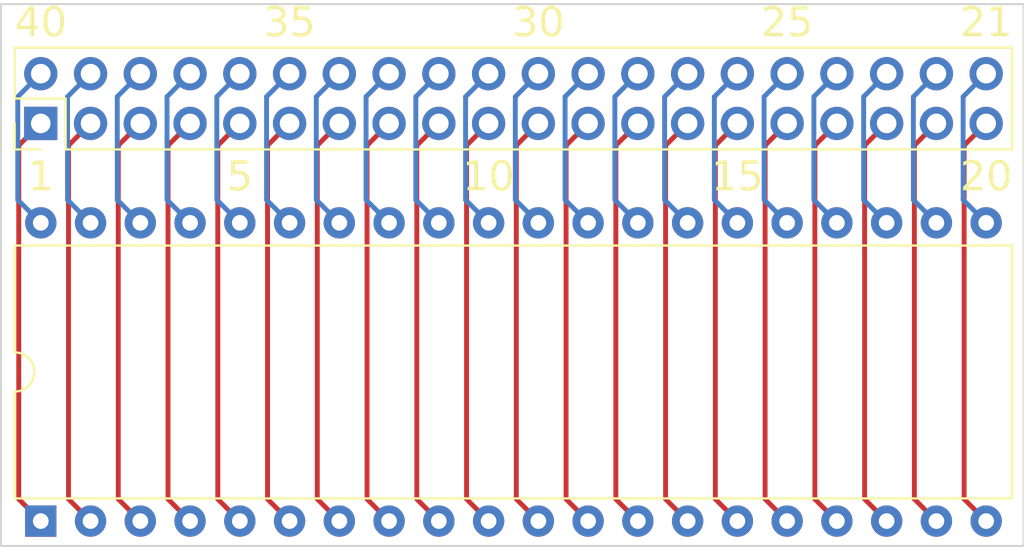
<source format=kicad_pcb>
(kicad_pcb (version 20221018) (generator pcbnew)
  (title_block (title "DIP40 breakout") (date "2023-07-10") (rev "1"))
  (layers (0 "F.Cu" signal) (31 "B.Cu" signal) (34 "B.Paste" user) (35 "F.Paste" user) (36 "B.SilkS" user "B.Silkscreen") (37 "F.SilkS" user "F.Silkscreen") (38 "B.Mask" user) (39 "F.Mask" user) (44 "Edge.Cuts" user))
  (net 0 "")
  (net 1 "Net-(J1-Pin_1)")
  (net 2 "Net-(J1-Pin_2)")
  (net 3 "Net-(J1-Pin_3)")
  (net 4 "Net-(J1-Pin_4)")
  (net 5 "Net-(J1-Pin_5)")
  (net 6 "Net-(J1-Pin_6)")
  (net 7 "Net-(J1-Pin_7)")
  (net 8 "Net-(J1-Pin_8)")
  (net 9 "Net-(J1-Pin_9)")
  (net 10 "Net-(J1-Pin_10)")
  (net 11 "Net-(J1-Pin_11)")
  (net 12 "Net-(J1-Pin_12)")
  (net 13 "Net-(J1-Pin_13)")
  (net 14 "Net-(J1-Pin_14)")
  (net 15 "Net-(J1-Pin_15)")
  (net 16 "Net-(J1-Pin_16)")
  (net 17 "Net-(J1-Pin_17)")
  (net 18 "Net-(J1-Pin_18)")
  (net 19 "Net-(J1-Pin_19)")
  (net 20 "Net-(J1-Pin_20)")
  (net 21 "Net-(J1-Pin_21)")
  (net 22 "Net-(J1-Pin_22)")
  (net 23 "Net-(J1-Pin_23)")
  (net 24 "Net-(J1-Pin_24)")
  (net 25 "Net-(J1-Pin_25)")
  (net 26 "Net-(J1-Pin_26)")
  (net 27 "Net-(J1-Pin_27)")
  (net 28 "Net-(J1-Pin_28)")
  (net 29 "Net-(J1-Pin_29)")
  (net 30 "Net-(J1-Pin_30)")
  (net 31 "Net-(J1-Pin_31)")
  (net 32 "Net-(J1-Pin_32)")
  (net 33 "Net-(J1-Pin_33)")
  (net 34 "Net-(J1-Pin_34)")
  (net 35 "Net-(J1-Pin_35)")
  (net 36 "Net-(J1-Pin_36)")
  (net 37 "Net-(J1-Pin_37)")
  (net 38 "Net-(J1-Pin_38)")
  (net 39 "Net-(J1-Pin_39)")
  (net 40 "Net-(J1-Pin_40)")
  (footprint "Connector_PinSocket_2.54mm:PinSocket_2x20_P2.54mm_Vertical" (layer "F.Cu") (at 48.26 33.02 90)
    (fp_text reference "J1" hide)
    (fp_text value "Conn_02x20_Counter_Clockwise" hide)
    (fp_line (start -1.33 -1.33) (end -1.33 0) (stroke (width 0.12)) (layer "F.SilkS"))
    (fp_line (start -1.33 1.27) (end -1.33 49.59) (stroke (width 0.12)) (layer "F.SilkS"))
    (fp_line (start 0 -1.33) (end -1.33 -1.33) (stroke (width 0.12)) (layer "F.SilkS"))
    (fp_line (start 1.27 -1.33) (end 1.27 1.27) (stroke (width 0.12)) (layer "F.SilkS"))
    (fp_line (start 1.27 1.27) (end -1.33 1.27) (stroke (width 0.12)) (layer "F.SilkS"))
    (fp_line (start 3.87 -1.33) (end 1.27 -1.33) (stroke (width 0.12)) (layer "F.SilkS"))
    (fp_line (start 3.87 -1.33) (end 3.87 49.59) (stroke (width 0.12)) (layer "F.SilkS"))
    (fp_line (start 3.87 49.59) (end -1.33 49.59) (stroke (width 0.12)) (layer "F.SilkS"))
    (pad "1" thru_hole rect (at 0 0 90) (size 1.7 1.7) (drill 1) (layers "*.Cu" "*.Mask") (net 1 "Net-(J1-Pin_1)"))
    (pad "2" thru_hole oval (at 0 2.54 90) (size 1.7 1.7) (drill 1) (layers "*.Cu" "*.Mask") (net 2 "Net-(J1-Pin_2)"))
    (pad "3" thru_hole oval (at 0 5.08 90) (size 1.7 1.7) (drill 1) (layers "*.Cu" "*.Mask") (net 3 "Net-(J1-Pin_3)"))
    (pad "4" thru_hole oval (at 0 7.62 90) (size 1.7 1.7) (drill 1) (layers "*.Cu" "*.Mask") (net 4 "Net-(J1-Pin_4)"))
    (pad "5" thru_hole oval (at 0 10.16 90) (size 1.7 1.7) (drill 1) (layers "*.Cu" "*.Mask") (net 5 "Net-(J1-Pin_5)"))
    (pad "6" thru_hole oval (at 0 12.7 90) (size 1.7 1.7) (drill 1) (layers "*.Cu" "*.Mask") (net 6 "Net-(J1-Pin_6)"))
    (pad "7" thru_hole oval (at 0 15.24 90) (size 1.7 1.7) (drill 1) (layers "*.Cu" "*.Mask") (net 7 "Net-(J1-Pin_7)"))
    (pad "8" thru_hole oval (at 0 17.78 90) (size 1.7 1.7) (drill 1) (layers "*.Cu" "*.Mask") (net 8 "Net-(J1-Pin_8)"))
    (pad "9" thru_hole oval (at 0 20.32 90) (size 1.7 1.7) (drill 1) (layers "*.Cu" "*.Mask") (net 9 "Net-(J1-Pin_9)"))
    (pad "10" thru_hole oval (at 0 22.86 90) (size 1.7 1.7) (drill 1) (layers "*.Cu" "*.Mask") (net 10 "Net-(J1-Pin_10)"))
    (pad "11" thru_hole oval (at 0 25.4 90) (size 1.7 1.7) (drill 1) (layers "*.Cu" "*.Mask") (net 11 "Net-(J1-Pin_11)"))
    (pad "12" thru_hole oval (at 0 27.94 90) (size 1.7 1.7) (drill 1) (layers "*.Cu" "*.Mask") (net 12 "Net-(J1-Pin_12)"))
    (pad "13" thru_hole oval (at 0 30.48 90) (size 1.7 1.7) (drill 1) (layers "*.Cu" "*.Mask") (net 13 "Net-(J1-Pin_13)"))
    (pad "14" thru_hole oval (at 0 33.02 90) (size 1.7 1.7) (drill 1) (layers "*.Cu" "*.Mask") (net 14 "Net-(J1-Pin_14)"))
    (pad "15" thru_hole oval (at 0 35.56 90) (size 1.7 1.7) (drill 1) (layers "*.Cu" "*.Mask") (net 15 "Net-(J1-Pin_15)"))
    (pad "16" thru_hole oval (at 0 38.1 90) (size 1.7 1.7) (drill 1) (layers "*.Cu" "*.Mask") (net 16 "Net-(J1-Pin_16)"))
    (pad "17" thru_hole oval (at 0 40.64 90) (size 1.7 1.7) (drill 1) (layers "*.Cu" "*.Mask") (net 17 "Net-(J1-Pin_17)"))
    (pad "18" thru_hole oval (at 0 43.18 90) (size 1.7 1.7) (drill 1) (layers "*.Cu" "*.Mask") (net 18 "Net-(J1-Pin_18)"))
    (pad "19" thru_hole oval (at 0 45.72 90) (size 1.7 1.7) (drill 1) (layers "*.Cu" "*.Mask") (net 19 "Net-(J1-Pin_19)"))
    (pad "20" thru_hole oval (at 0 48.26 90) (size 1.7 1.7) (drill 1) (layers "*.Cu" "*.Mask") (net 20 "Net-(J1-Pin_20)"))
    (pad "21" thru_hole oval (at 2.54 48.26 90) (size 1.7 1.7) (drill 1) (layers "*.Cu" "*.Mask") (net 21 "Net-(J1-Pin_21)"))
    (pad "22" thru_hole oval (at 2.54 45.72 90) (size 1.7 1.7) (drill 1) (layers "*.Cu" "*.Mask") (net 22 "Net-(J1-Pin_22)"))
    (pad "23" thru_hole oval (at 2.54 43.18 90) (size 1.7 1.7) (drill 1) (layers "*.Cu" "*.Mask") (net 23 "Net-(J1-Pin_23)"))
    (pad "24" thru_hole oval (at 2.54 40.64 90) (size 1.7 1.7) (drill 1) (layers "*.Cu" "*.Mask") (net 24 "Net-(J1-Pin_24)"))
    (pad "25" thru_hole oval (at 2.54 38.1 90) (size 1.7 1.7) (drill 1) (layers "*.Cu" "*.Mask") (net 25 "Net-(J1-Pin_25)"))
    (pad "26" thru_hole oval (at 2.54 35.56 90) (size 1.7 1.7) (drill 1) (layers "*.Cu" "*.Mask") (net 26 "Net-(J1-Pin_26)"))
    (pad "27" thru_hole oval (at 2.54 33.02 90) (size 1.7 1.7) (drill 1) (layers "*.Cu" "*.Mask") (net 27 "Net-(J1-Pin_27)"))
    (pad "28" thru_hole oval (at 2.54 30.48 90) (size 1.7 1.7) (drill 1) (layers "*.Cu" "*.Mask") (net 28 "Net-(J1-Pin_28)"))
    (pad "29" thru_hole oval (at 2.54 27.94 90) (size 1.7 1.7) (drill 1) (layers "*.Cu" "*.Mask") (net 29 "Net-(J1-Pin_29)"))
    (pad "30" thru_hole oval (at 2.54 25.4 90) (size 1.7 1.7) (drill 1) (layers "*.Cu" "*.Mask") (net 30 "Net-(J1-Pin_30)"))
    (pad "31" thru_hole oval (at 2.54 22.86 90) (size 1.7 1.7) (drill 1) (layers "*.Cu" "*.Mask") (net 31 "Net-(J1-Pin_31)"))
    (pad "32" thru_hole oval (at 2.54 20.32 90) (size 1.7 1.7) (drill 1) (layers "*.Cu" "*.Mask") (net 32 "Net-(J1-Pin_32)"))
    (pad "33" thru_hole oval (at 2.54 17.78 90) (size 1.7 1.7) (drill 1) (layers "*.Cu" "*.Mask") (net 33 "Net-(J1-Pin_33)"))
    (pad "34" thru_hole oval (at 2.54 15.24 90) (size 1.7 1.7) (drill 1) (layers "*.Cu" "*.Mask") (net 34 "Net-(J1-Pin_34)"))
    (pad "35" thru_hole oval (at 2.54 12.7 90) (size 1.7 1.7) (drill 1) (layers "*.Cu" "*.Mask") (net 35 "Net-(J1-Pin_35)"))
    (pad "36" thru_hole oval (at 2.54 10.16 90) (size 1.7 1.7) (drill 1) (layers "*.Cu" "*.Mask") (net 36 "Net-(J1-Pin_36)"))
    (pad "37" thru_hole oval (at 2.54 7.62 90) (size 1.7 1.7) (drill 1) (layers "*.Cu" "*.Mask") (net 37 "Net-(J1-Pin_37)"))
    (pad "38" thru_hole oval (at 2.54 5.08 90) (size 1.7 1.7) (drill 1) (layers "*.Cu" "*.Mask") (net 38 "Net-(J1-Pin_38)"))
    (pad "39" thru_hole oval (at 2.54 2.54 90) (size 1.7 1.7) (drill 1) (layers "*.Cu" "*.Mask") (net 39 "Net-(J1-Pin_39)"))
    (pad "40" thru_hole oval (at 2.54 0 90) (size 1.7 1.7) (drill 1) (layers "*.Cu" "*.Mask") (net 40 "Net-(J1-Pin_40)"))
  )
  (footprint "Package_DIP:DIP-40_W15.24mm" (layer "F.Cu") (at 48.26 53.34 90)
    (fp_text reference "J2" hide)
    (fp_text value "Conn_02x20_Counter_Clockwise" hide)
    (fp_line (start 1.16 -1.33) (end 1.16 49.59) (stroke (width 0.12)) (layer "F.SilkS"))
    (fp_line (start 1.16 49.59) (end 14.08 49.59) (stroke (width 0.12)) (layer "F.SilkS"))
    (fp_line (start 6.62 -1.33) (end 1.16 -1.33) (stroke (width 0.12)) (layer "F.SilkS"))
    (fp_line (start 14.08 -1.33) (end 8.62 -1.33) (stroke (width 0.12)) (layer "F.SilkS"))
    (fp_line (start 14.08 49.59) (end 14.08 -1.33) (stroke (width 0.12)) (layer "F.SilkS"))
    (fp_arc (start 8.62 -1.33) (mid 7.62 -0.33) (end 6.62 -1.33) (stroke (width 0.12)) (layer "F.SilkS"))
    (pad "1" thru_hole rect (at 0 0 90) (size 1.6 1.6) (drill 0.8) (layers "*.Cu" "*.Mask") (net 1 "Net-(J1-Pin_1)"))
    (pad "2" thru_hole oval (at 0 2.54 90) (size 1.6 1.6) (drill 0.8) (layers "*.Cu" "*.Mask") (net 2 "Net-(J1-Pin_2)"))
    (pad "3" thru_hole oval (at 0 5.08 90) (size 1.6 1.6) (drill 0.8) (layers "*.Cu" "*.Mask") (net 3 "Net-(J1-Pin_3)"))
    (pad "4" thru_hole oval (at 0 7.62 90) (size 1.6 1.6) (drill 0.8) (layers "*.Cu" "*.Mask") (net 4 "Net-(J1-Pin_4)"))
    (pad "5" thru_hole oval (at 0 10.16 90) (size 1.6 1.6) (drill 0.8) (layers "*.Cu" "*.Mask") (net 5 "Net-(J1-Pin_5)"))
    (pad "6" thru_hole oval (at 0 12.7 90) (size 1.6 1.6) (drill 0.8) (layers "*.Cu" "*.Mask") (net 6 "Net-(J1-Pin_6)"))
    (pad "7" thru_hole oval (at 0 15.24 90) (size 1.6 1.6) (drill 0.8) (layers "*.Cu" "*.Mask") (net 7 "Net-(J1-Pin_7)"))
    (pad "8" thru_hole oval (at 0 17.78 90) (size 1.6 1.6) (drill 0.8) (layers "*.Cu" "*.Mask") (net 8 "Net-(J1-Pin_8)"))
    (pad "9" thru_hole oval (at 0 20.32 90) (size 1.6 1.6) (drill 0.8) (layers "*.Cu" "*.Mask") (net 9 "Net-(J1-Pin_9)"))
    (pad "10" thru_hole oval (at 0 22.86 90) (size 1.6 1.6) (drill 0.8) (layers "*.Cu" "*.Mask") (net 10 "Net-(J1-Pin_10)"))
    (pad "11" thru_hole oval (at 0 25.4 90) (size 1.6 1.6) (drill 0.8) (layers "*.Cu" "*.Mask") (net 11 "Net-(J1-Pin_11)"))
    (pad "12" thru_hole oval (at 0 27.94 90) (size 1.6 1.6) (drill 0.8) (layers "*.Cu" "*.Mask") (net 12 "Net-(J1-Pin_12)"))
    (pad "13" thru_hole oval (at 0 30.48 90) (size 1.6 1.6) (drill 0.8) (layers "*.Cu" "*.Mask") (net 13 "Net-(J1-Pin_13)"))
    (pad "14" thru_hole oval (at 0 33.02 90) (size 1.6 1.6) (drill 0.8) (layers "*.Cu" "*.Mask") (net 14 "Net-(J1-Pin_14)"))
    (pad "15" thru_hole oval (at 0 35.56 90) (size 1.6 1.6) (drill 0.8) (layers "*.Cu" "*.Mask") (net 15 "Net-(J1-Pin_15)"))
    (pad "16" thru_hole oval (at 0 38.1 90) (size 1.6 1.6) (drill 0.8) (layers "*.Cu" "*.Mask") (net 16 "Net-(J1-Pin_16)"))
    (pad "17" thru_hole oval (at 0 40.64 90) (size 1.6 1.6) (drill 0.8) (layers "*.Cu" "*.Mask") (net 17 "Net-(J1-Pin_17)"))
    (pad "18" thru_hole oval (at 0 43.18 90) (size 1.6 1.6) (drill 0.8) (layers "*.Cu" "*.Mask") (net 18 "Net-(J1-Pin_18)"))
    (pad "19" thru_hole oval (at 0 45.72 90) (size 1.6 1.6) (drill 0.8) (layers "*.Cu" "*.Mask") (net 19 "Net-(J1-Pin_19)"))
    (pad "20" thru_hole oval (at 0 48.26 90) (size 1.6 1.6) (drill 0.8) (layers "*.Cu" "*.Mask") (net 20 "Net-(J1-Pin_20)"))
    (pad "21" thru_hole oval (at 15.24 48.26 90) (size 1.6 1.6) (drill 0.8) (layers "*.Cu" "*.Mask") (net 21 "Net-(J1-Pin_21)"))
    (pad "22" thru_hole oval (at 15.24 45.72 90) (size 1.6 1.6) (drill 0.8) (layers "*.Cu" "*.Mask") (net 22 "Net-(J1-Pin_22)"))
    (pad "23" thru_hole oval (at 15.24 43.18 90) (size 1.6 1.6) (drill 0.8) (layers "*.Cu" "*.Mask") (net 23 "Net-(J1-Pin_23)"))
    (pad "24" thru_hole oval (at 15.24 40.64 90) (size 1.6 1.6) (drill 0.8) (layers "*.Cu" "*.Mask") (net 24 "Net-(J1-Pin_24)"))
    (pad "25" thru_hole oval (at 15.24 38.1 90) (size 1.6 1.6) (drill 0.8) (layers "*.Cu" "*.Mask") (net 25 "Net-(J1-Pin_25)"))
    (pad "26" thru_hole oval (at 15.24 35.56 90) (size 1.6 1.6) (drill 0.8) (layers "*.Cu" "*.Mask") (net 26 "Net-(J1-Pin_26)"))
    (pad "27" thru_hole oval (at 15.24 33.02 90) (size 1.6 1.6) (drill 0.8) (layers "*.Cu" "*.Mask") (net 27 "Net-(J1-Pin_27)"))
    (pad "28" thru_hole oval (at 15.24 30.48 90) (size 1.6 1.6) (drill 0.8) (layers "*.Cu" "*.Mask") (net 28 "Net-(J1-Pin_28)"))
    (pad "29" thru_hole oval (at 15.24 27.94 90) (size 1.6 1.6) (drill 0.8) (layers "*.Cu" "*.Mask") (net 29 "Net-(J1-Pin_29)"))
    (pad "30" thru_hole oval (at 15.24 25.4 90) (size 1.6 1.6) (drill 0.8) (layers "*.Cu" "*.Mask") (net 30 "Net-(J1-Pin_30)"))
    (pad "31" thru_hole oval (at 15.24 22.86 90) (size 1.6 1.6) (drill 0.8) (layers "*.Cu" "*.Mask") (net 31 "Net-(J1-Pin_31)"))
    (pad "32" thru_hole oval (at 15.24 20.32 90) (size 1.6 1.6) (drill 0.8) (layers "*.Cu" "*.Mask") (net 32 "Net-(J1-Pin_32)"))
    (pad "33" thru_hole oval (at 15.24 17.78 90) (size 1.6 1.6) (drill 0.8) (layers "*.Cu" "*.Mask") (net 33 "Net-(J1-Pin_33)"))
    (pad "34" thru_hole oval (at 15.24 15.24 90) (size 1.6 1.6) (drill 0.8) (layers "*.Cu" "*.Mask") (net 34 "Net-(J1-Pin_34)"))
    (pad "35" thru_hole oval (at 15.24 12.7 90) (size 1.6 1.6) (drill 0.8) (layers "*.Cu" "*.Mask") (net 35 "Net-(J1-Pin_35)"))
    (pad "36" thru_hole oval (at 15.24 10.16 90) (size 1.6 1.6) (drill 0.8) (layers "*.Cu" "*.Mask") (net 36 "Net-(J1-Pin_36)"))
    (pad "37" thru_hole oval (at 15.24 7.62 90) (size 1.6 1.6) (drill 0.8) (layers "*.Cu" "*.Mask") (net 37 "Net-(J1-Pin_37)"))
    (pad "38" thru_hole oval (at 15.24 5.08 90) (size 1.6 1.6) (drill 0.8) (layers "*.Cu" "*.Mask") (net 38 "Net-(J1-Pin_38)"))
    (pad "39" thru_hole oval (at 15.24 2.54 90) (size 1.6 1.6) (drill 0.8) (layers "*.Cu" "*.Mask") (net 39 "Net-(J1-Pin_39)"))
    (pad "40" thru_hole oval (at 15.24 0 90) (size 1.6 1.6) (drill 0.8) (layers "*.Cu" "*.Mask") (net 40 "Net-(J1-Pin_40)"))
  )
  (gr_rect (start 46.228 26.924) (end 98.425 54.61) (stroke (width 0.1)) (fill none) (layer "Edge.Cuts"))
  (gr_text "15" (at 83.82 35.814) (layer "F.SilkS") (effects (font (size 1.5 1.5) (thickness 0.1875))))
  (gr_text "1" (at 48.26 35.814) (layer "F.SilkS") (effects (font (size 1.5 1.5) (thickness 0.1875))))
  (gr_text "35" (at 60.96 27.94) (layer "F.SilkS") (effects (font (size 1.5 1.5) (thickness 0.1875))))
  (gr_text "40" (at 48.26 27.94) (layer "F.SilkS") (effects (font (size 1.5 1.5) (thickness 0.1875))))
  (gr_text "25" (at 86.36 27.94) (layer "F.SilkS") (effects (font (size 1.5 1.5) (thickness 0.1875))))
  (gr_text "5" (at 58.42 35.814) (layer "F.SilkS") (effects (font (size 1.5 1.5) (thickness 0.1875))))
  (gr_text "30" (at 73.66 27.94) (layer "F.SilkS") (effects (font (size 1.5 1.5) (thickness 0.1875))))
  (gr_text "20" (at 96.52 35.814) (layer "F.SilkS") (effects (font (size 1.5 1.5) (thickness 0.1875))))
  (gr_text "10" (at 71.12 35.814) (layer "F.SilkS") (effects (font (size 1.5 1.5) (thickness 0.1875))))
  (gr_text "21" (at 96.52 27.94) (layer "F.SilkS") (effects (font (size 1.5 1.5) (thickness 0.1875))))
  (segment (start 47.135 52.215) (end 47.135 34.145) (width 0.25) (layer "F.Cu") (net 1))
  (segment (start 48.26 53.34) (end 47.135 52.215) (width 0.25) (layer "F.Cu") (net 1))
  (segment (start 47.135 34.145) (end 48.26 33.02) (width 0.25) (layer "F.Cu") (net 1))
  (segment (start 50.8 53.34) (end 49.675 52.215) (width 0.25) (layer "F.Cu") (net 2))
  (segment (start 49.675 52.215) (end 49.675 34.145) (width 0.25) (layer "F.Cu") (net 2))
  (segment (start 49.675 34.145) (end 50.8 33.02) (width 0.25) (layer "F.Cu") (net 2))
  (segment (start 52.215 34.145) (end 53.34 33.02) (width 0.25) (layer "F.Cu") (net 3))
  (segment (start 52.215 52.215) (end 52.215 34.145) (width 0.25) (layer "F.Cu") (net 3))
  (segment (start 53.34 53.34) (end 52.215 52.215) (width 0.25) (layer "F.Cu") (net 3))
  (segment (start 55.88 53.34) (end 54.755 52.215) (width 0.25) (layer "F.Cu") (net 4))
  (segment (start 54.755 52.215) (end 54.755 34.145) (width 0.25) (layer "F.Cu") (net 4))
  (segment (start 54.755 34.145) (end 55.88 33.02) (width 0.25) (layer "F.Cu") (net 4))
  (segment (start 57.295 34.145) (end 58.42 33.02) (width 0.25) (layer "F.Cu") (net 5))
  (segment (start 57.295 52.215) (end 57.295 34.145) (width 0.25) (layer "F.Cu") (net 5))
  (segment (start 58.42 53.34) (end 57.295 52.215) (width 0.25) (layer "F.Cu") (net 5))
  (segment (start 60.96 53.34) (end 59.835 52.215) (width 0.25) (layer "F.Cu") (net 6))
  (segment (start 59.835 52.215) (end 59.835 34.145) (width 0.25) (layer "F.Cu") (net 6))
  (segment (start 59.835 34.145) (end 60.96 33.02) (width 0.25) (layer "F.Cu") (net 6))
  (segment (start 63.5 53.34) (end 62.375 52.215) (width 0.25) (layer "F.Cu") (net 7))
  (segment (start 62.375 52.215) (end 62.375 34.145) (width 0.25) (layer "F.Cu") (net 7))
  (segment (start 62.375 34.145) (end 63.5 33.02) (width 0.25) (layer "F.Cu") (net 7))
  (segment (start 64.915 52.215) (end 64.915 34.145) (width 0.25) (layer "F.Cu") (net 8))
  (segment (start 66.04 53.34) (end 64.915 52.215) (width 0.25) (layer "F.Cu") (net 8))
  (segment (start 64.915 34.145) (end 66.04 33.02) (width 0.25) (layer "F.Cu") (net 8))
  (segment (start 67.455 34.145) (end 68.58 33.02) (width 0.25) (layer "F.Cu") (net 9))
  (segment (start 68.58 53.34) (end 67.455 52.215) (width 0.25) (layer "F.Cu") (net 9))
  (segment (start 67.455 52.215) (end 67.455 34.145) (width 0.25) (layer "F.Cu") (net 9))
  (segment (start 69.995 34.145) (end 71.12 33.02) (width 0.25) (layer "F.Cu") (net 10))
  (segment (start 69.995 52.215) (end 69.995 34.145) (width 0.25) (layer "F.Cu") (net 10))
  (segment (start 71.12 53.34) (end 69.995 52.215) (width 0.25) (layer "F.Cu") (net 10))
  (segment (start 72.535 34.145) (end 73.66 33.02) (width 0.25) (layer "F.Cu") (net 11))
  (segment (start 73.66 53.34) (end 72.535 52.215) (width 0.25) (layer "F.Cu") (net 11))
  (segment (start 72.535 52.215) (end 72.535 34.145) (width 0.25) (layer "F.Cu") (net 11))
  (segment (start 76.2 53.34) (end 75.075 52.215) (width 0.25) (layer "F.Cu") (net 12))
  (segment (start 75.075 34.145) (end 76.2 33.02) (width 0.25) (layer "F.Cu") (net 12))
  (segment (start 75.075 52.215) (end 75.075 34.145) (width 0.25) (layer "F.Cu") (net 12))
  (segment (start 77.615 34.145) (end 78.74 33.02) (width 0.25) (layer "F.Cu") (net 13))
  (segment (start 78.74 53.34) (end 77.615 52.215) (width 0.25) (layer "F.Cu") (net 13))
  (segment (start 77.615 52.215) (end 77.615 34.145) (width 0.25) (layer "F.Cu") (net 13))
  (segment (start 80.155 34.145) (end 81.28 33.02) (width 0.25) (layer "F.Cu") (net 14))
  (segment (start 80.155 52.215) (end 80.155 34.145) (width 0.25) (layer "F.Cu") (net 14))
  (segment (start 81.28 53.34) (end 80.155 52.215) (width 0.25) (layer "F.Cu") (net 14))
  (segment (start 82.695 34.145) (end 83.82 33.02) (width 0.25) (layer "F.Cu") (net 15))
  (segment (start 83.82 53.34) (end 82.695 52.215) (width 0.25) (layer "F.Cu") (net 15))
  (segment (start 82.695 52.215) (end 82.695 34.145) (width 0.25) (layer "F.Cu") (net 15))
  (segment (start 86.36 53.34) (end 85.235 52.215) (width 0.25) (layer "F.Cu") (net 16))
  (segment (start 85.235 52.215) (end 85.235 34.145) (width 0.25) (layer "F.Cu") (net 16))
  (segment (start 85.235 34.145) (end 86.36 33.02) (width 0.25) (layer "F.Cu") (net 16))
  (segment (start 87.775 52.215) (end 87.775 34.145) (width 0.25) (layer "F.Cu") (net 17))
  (segment (start 87.775 34.145) (end 88.9 33.02) (width 0.25) (layer "F.Cu") (net 17))
  (segment (start 88.9 53.34) (end 87.775 52.215) (width 0.25) (layer "F.Cu") (net 17))
  (segment (start 91.44 53.34) (end 90.315 52.215) (width 0.25) (layer "F.Cu") (net 18))
  (segment (start 90.315 34.145) (end 91.44 33.02) (width 0.25) (layer "F.Cu") (net 18))
  (segment (start 90.315 52.215) (end 90.315 34.145) (width 0.25) (layer "F.Cu") (net 18))
  (segment (start 92.855 34.145) (end 93.98 33.02) (width 0.25) (layer "F.Cu") (net 19))
  (segment (start 92.855 52.215) (end 92.855 34.145) (width 0.25) (layer "F.Cu") (net 19))
  (segment (start 93.98 53.34) (end 92.855 52.215) (width 0.25) (layer "F.Cu") (net 19))
  (segment (start 96.52 53.34) (end 95.395 52.215) (width 0.25) (layer "F.Cu") (net 20))
  (segment (start 95.395 34.145) (end 96.52 33.02) (width 0.25) (layer "F.Cu") (net 20))
  (segment (start 95.395 52.215) (end 95.395 34.145) (width 0.25) (layer "F.Cu") (net 20))
  (segment (start 95.345 36.925) (end 95.345 31.655) (width 0.25) (layer "B.Cu") (net 21))
  (segment (start 96.52 38.1) (end 95.345 36.925) (width 0.25) (layer "B.Cu") (net 21))
  (segment (start 95.345 31.655) (end 96.52 30.48) (width 0.25) (layer "B.Cu") (net 21))
  (segment (start 93.98 38.1) (end 92.805 36.925) (width 0.25) (layer "B.Cu") (net 22))
  (segment (start 92.805 36.925) (end 92.805 31.655) (width 0.25) (layer "B.Cu") (net 22))
  (segment (start 92.805 31.655) (end 93.98 30.48) (width 0.25) (layer "B.Cu") (net 22))
  (segment (start 90.265 31.655) (end 91.44 30.48) (width 0.25) (layer "B.Cu") (net 23))
  (segment (start 90.265 36.925) (end 90.265 31.655) (width 0.25) (layer "B.Cu") (net 23))
  (segment (start 91.44 38.1) (end 90.265 36.925) (width 0.25) (layer "B.Cu") (net 23))
  (segment (start 87.725 31.655) (end 88.9 30.48) (width 0.25) (layer "B.Cu") (net 24))
  (segment (start 88.9 38.1) (end 87.725 36.925) (width 0.25) (layer "B.Cu") (net 24))
  (segment (start 87.725 36.925) (end 87.725 31.655) (width 0.25) (layer "B.Cu") (net 24))
  (segment (start 86.36 38.1) (end 85.185 36.925) (width 0.25) (layer "B.Cu") (net 25))
  (segment (start 85.185 36.925) (end 85.185 31.655) (width 0.25) (layer "B.Cu") (net 25))
  (segment (start 85.185 31.655) (end 86.36 30.48) (width 0.25) (layer "B.Cu") (net 25))
  (segment (start 82.645 31.655) (end 83.82 30.48) (width 0.25) (layer "B.Cu") (net 26))
  (segment (start 82.645 36.925) (end 82.645 31.655) (width 0.25) (layer "B.Cu") (net 26))
  (segment (start 83.82 38.1) (end 82.645 36.925) (width 0.25) (layer "B.Cu") (net 26))
  (segment (start 81.28 38.1) (end 80.105 36.925) (width 0.25) (layer "B.Cu") (net 27))
  (segment (start 80.105 36.925) (end 80.105 31.655) (width 0.25) (layer "B.Cu") (net 27))
  (segment (start 80.105 31.655) (end 81.28 30.48) (width 0.25) (layer "B.Cu") (net 27))
  (segment (start 78.74 38.1) (end 77.565 36.925) (width 0.25) (layer "B.Cu") (net 28))
  (segment (start 77.565 36.925) (end 77.565 31.655) (width 0.25) (layer "B.Cu") (net 28))
  (segment (start 77.565 31.655) (end 78.74 30.48) (width 0.25) (layer "B.Cu") (net 28))
  (segment (start 75.025 31.655) (end 76.2 30.48) (width 0.25) (layer "B.Cu") (net 29))
  (segment (start 75.025 36.925) (end 75.025 31.655) (width 0.25) (layer "B.Cu") (net 29))
  (segment (start 76.2 38.1) (end 75.025 36.925) (width 0.25) (layer "B.Cu") (net 29))
  (segment (start 73.66 38.1) (end 72.485 36.925) (width 0.25) (layer "B.Cu") (net 30))
  (segment (start 72.485 36.925) (end 72.485 31.655) (width 0.25) (layer "B.Cu") (net 30))
  (segment (start 72.485 31.655) (end 73.66 30.48) (width 0.25) (layer "B.Cu") (net 30))
  (segment (start 69.945 31.655) (end 71.12 30.48) (width 0.25) (layer "B.Cu") (net 31))
  (segment (start 69.945 36.925) (end 69.945 31.655) (width 0.25) (layer "B.Cu") (net 31))
  (segment (start 71.12 38.1) (end 69.945 36.925) (width 0.25) (layer "B.Cu") (net 31))
  (segment (start 67.405 36.925) (end 67.405 31.655) (width 0.25) (layer "B.Cu") (net 32))
  (segment (start 68.58 38.1) (end 67.405 36.925) (width 0.25) (layer "B.Cu") (net 32))
  (segment (start 67.405 31.655) (end 68.58 30.48) (width 0.25) (layer "B.Cu") (net 32))
  (segment (start 64.865 36.925) (end 64.865 31.655) (width 0.25) (layer "B.Cu") (net 33))
  (segment (start 66.04 38.1) (end 64.865 36.925) (width 0.25) (layer "B.Cu") (net 33))
  (segment (start 64.865 31.655) (end 66.04 30.48) (width 0.25) (layer "B.Cu") (net 33))
  (segment (start 62.325 36.925) (end 62.325 31.655) (width 0.25) (layer "B.Cu") (net 34))
  (segment (start 63.5 38.1) (end 62.325 36.925) (width 0.25) (layer "B.Cu") (net 34))
  (segment (start 62.325 31.655) (end 63.5 30.48) (width 0.25) (layer "B.Cu") (net 34))
  (segment (start 60.96 38.1) (end 59.785 36.925) (width 0.25) (layer "B.Cu") (net 35))
  (segment (start 59.785 36.925) (end 59.785 31.655) (width 0.25) (layer "B.Cu") (net 35))
  (segment (start 59.785 31.655) (end 60.96 30.48) (width 0.25) (layer "B.Cu") (net 35))
  (segment (start 57.245 31.655) (end 58.42 30.48) (width 0.25) (layer "B.Cu") (net 36))
  (segment (start 58.42 38.1) (end 57.245 36.925) (width 0.25) (layer "B.Cu") (net 36))
  (segment (start 57.245 36.925) (end 57.245 31.655) (width 0.25) (layer "B.Cu") (net 36))
  (segment (start 54.705 31.655) (end 55.88 30.48) (width 0.25) (layer "B.Cu") (net 37))
  (segment (start 54.705 36.925) (end 54.705 31.655) (width 0.25) (layer "B.Cu") (net 37))
  (segment (start 55.88 38.1) (end 54.705 36.925) (width 0.25) (layer "B.Cu") (net 37))
  (segment (start 52.165 31.655) (end 53.34 30.48) (width 0.25) (layer "B.Cu") (net 38))
  (segment (start 53.34 38.1) (end 52.165 36.925) (width 0.25) (layer "B.Cu") (net 38))
  (segment (start 52.165 36.925) (end 52.165 31.655) (width 0.25) (layer "B.Cu") (net 38))
  (segment (start 49.625 31.655) (end 50.8 30.48) (width 0.25) (layer "B.Cu") (net 39))
  (segment (start 49.625 36.925) (end 49.625 31.655) (width 0.25) (layer "B.Cu") (net 39))
  (segment (start 50.8 38.1) (end 49.625 36.925) (width 0.25) (layer "B.Cu") (net 39))
  (segment (start 48.26 38.1) (end 47.085 36.925) (width 0.25) (layer "B.Cu") (net 40))
  (segment (start 47.085 31.655) (end 48.26 30.48) (width 0.25) (layer "B.Cu") (net 40))
  (segment (start 47.085 36.925) (end 47.085 31.655) (width 0.25) (layer "B.Cu") (net 40))
)
</source>
